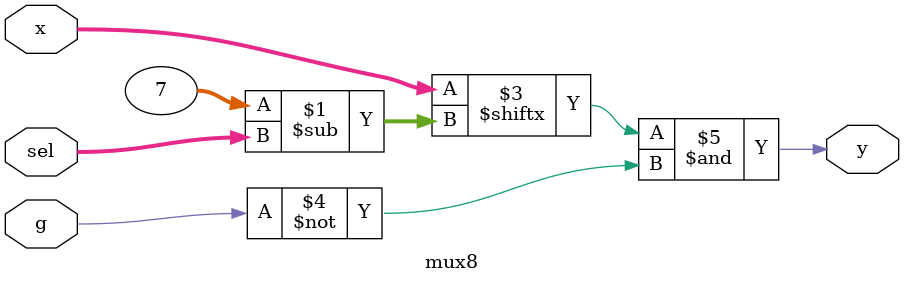
<source format=sv>
module mux8 (
    /* verilator lint_off ASCRANGE */
    input wire [0:7] x,
    /* verilator lint_on ASCRANGE */
    input wire [2:0] sel,
    input wire g, // active low
    output wire y
);

assign y = x[sel] & ~g;

endmodule

</source>
